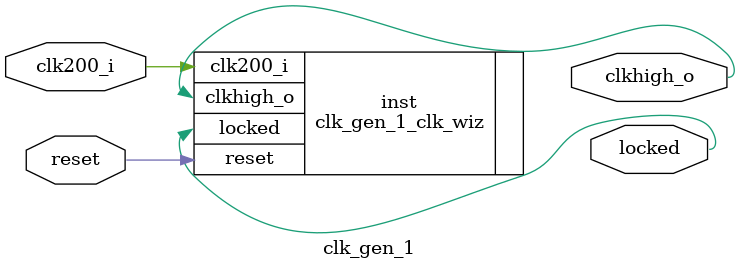
<source format=v>


`timescale 1ps/1ps

(* CORE_GENERATION_INFO = "clk_gen_1,clk_wiz_v5_3_1,{component_name=clk_gen_1,use_phase_alignment=true,use_min_o_jitter=false,use_max_i_jitter=false,use_dyn_phase_shift=false,use_inclk_switchover=false,use_dyn_reconfig=false,enable_axi=0,feedback_source=FDBK_AUTO,PRIMITIVE=MMCM,num_out_clk=1,clkin1_period=5.0,clkin2_period=10.0,use_power_down=false,use_reset=true,use_locked=true,use_inclk_stopped=false,feedback_type=SINGLE,CLOCK_MGR_TYPE=NA,manual_override=false}" *)

module clk_gen_1 
 (
 // Clock in ports
  input         clk200_i,
  // Clock out ports
  output        clkhigh_o,
  // Status and control signals
  input         reset,
  output        locked
 );

  clk_gen_1_clk_wiz inst
  (
 // Clock in ports
  .clk200_i(clk200_i),
  // Clock out ports  
  .clkhigh_o(clkhigh_o),
  // Status and control signals               
  .reset(reset), 
  .locked(locked)            
  );

endmodule

</source>
